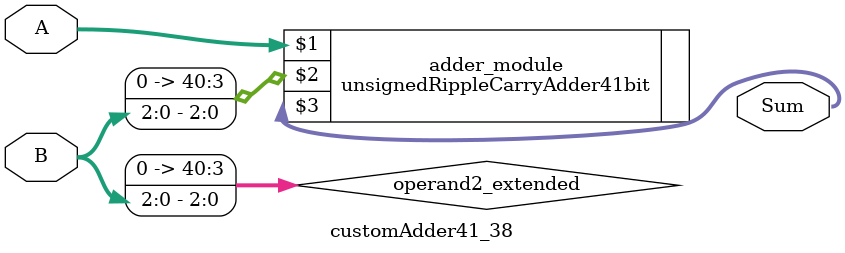
<source format=v>
module customAdder41_38(
                        input [40 : 0] A,
                        input [2 : 0] B,
                        
                        output [41 : 0] Sum
                );

        wire [40 : 0] operand2_extended;
        
        assign operand2_extended =  {38'b0, B};
        
        unsignedRippleCarryAdder41bit adder_module(
            A,
            operand2_extended,
            Sum
        );
        
        endmodule
        
</source>
